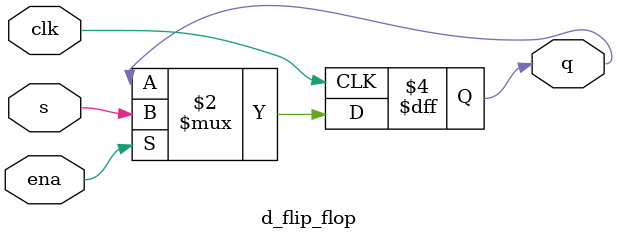
<source format=v>


module top_module (
    input clk,
    input enable,
    input S,
    input A, B, C,
    output Z ); 

    wire[7:0] Q;

    _8bit_register shift_register(
        .S(S),
        .ena(enable),
        .clk(clk),
        .Q(Q)
    );

    _3to8multiplxer m(
        .data(Q),
        .sel({A, B, C}),
        .s(Z)
    );


endmodule


module _3to8multiplxer(
    input [7:0] data,
    input [2:0] sel,
    output reg s
);

    always@(*)begin
        case(sel)
            3'b000:
                s = data[0];
            3'b001:
                s = data[1];            
            3'b010:
                s = data[2];
            3'b011:
                s = data[3];
            3'b100:
                s = data[4];
            3'b101:
                s = data[5];
            3'b110:
                s = data[6];
            3'b111:
                s = data[7];
        endcase
    end

endmodule



module _8bit_register(
    input S, ena, clk,
    output [7:0] Q
);

    d_flip_flop d0(
        .s(S),
        .clk(clk),
        .ena(ena),
        .q(Q[0])
    );

    genvar i;
    generate
        for(i=1; i<=7; i=i+1)
        begin: dff
            d_flip_flop d(
                .s(Q[i-1]),
                .clk(clk),
                .ena(ena),
                .q(Q[i])
            );
        end
    endgenerate


endmodule


module d_flip_flop(
    input s, clk, ena,
    output reg q
);

    always@(posedge clk)begin
        if(ena)
            q <= s;
    end

endmodule
</source>
